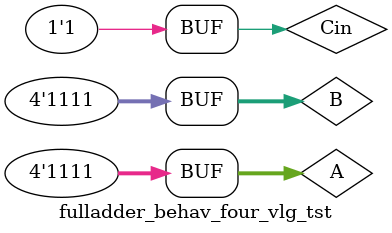
<source format=v>

                                                                                
// Verilog Test Bench template for design : fulladder_behav_four
// 
// Simulation tool : Questa Intel FPGA (Verilog)
// 

`timescale 1 ps/ 1 ps
module fulladder_behav_four_vlg_tst();
// constants                                           
// general purpose registers
reg eachvec;
// test vector input registers
reg [3:0] A;
reg [3:0] B;
reg Cin;
// wires                                               
wire Cout;
wire [3:0]  Sum;

// assign statements (if any)                          
fulladder_behav_four i1 (
// port map - connection between master ports and signals/registers   
	.A(A),
	.B(B),
	.Cin(Cin),
	.Cout(Cout),
	.Sum(Sum)
);
initial                                                
begin                                                  
// code that executes only once                        
// insert code here --> begin                          
        A = 4'b0000; B = 4'b0000; Cin = 0; 
        #10;
        
        A = 4'b0110; B = 4'b0110; Cin = 0; 
        #10;
        
        A = 4'b0111; B = 4'b0111; Cin = 0;
        #10;
        
        A = 4'b1011; B = 4'b1011; Cin = 0;
        #10;

        A = 4'b1100; B = 4'b1100; Cin = 0;
        #10;

        A = 4'b1111; B = 4'b1111; Cin = 1;
        #10;                                                       
// --> end                                             
$display("Running testbench");                       
end                                                    
//always                                                 
// optional sensitivity list                           
// @(event1 or event2 or .... eventn)                  
//begin                                                  
// code executes for every event on sensitivity list   
// insert code here --> begin                          
                                                       
//@eachvec;                                              
// --> end                                             
//end                                                    
endmodule


</source>
